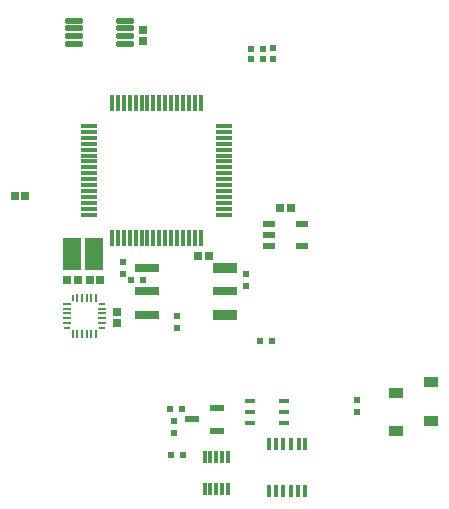
<source format=gbp>
G04*
G04 #@! TF.GenerationSoftware,Altium Limited,Altium Designer,18.0.7 (293)*
G04*
G04 Layer_Color=128*
%FSLAX25Y25*%
%MOIN*%
G70*
G01*
G75*
%ADD14R,0.02559X0.02520*%
%ADD15R,0.02362X0.01968*%
%ADD30R,0.01968X0.02362*%
%ADD31R,0.02520X0.02559*%
%ADD87R,0.00600X0.02200*%
%ADD88R,0.00787X0.02953*%
%ADD89R,0.02200X0.00600*%
%ADD90R,0.02953X0.00787*%
%ADD91R,0.07874X0.03543*%
%ADD92R,0.07874X0.03150*%
%ADD93R,0.04331X0.02362*%
G04:AMPARAMS|DCode=94|XSize=57.09mil|YSize=18.9mil|CornerRadius=2.36mil|HoleSize=0mil|Usage=FLASHONLY|Rotation=0.000|XOffset=0mil|YOffset=0mil|HoleType=Round|Shape=RoundedRectangle|*
%AMROUNDEDRECTD94*
21,1,0.05709,0.01417,0,0,0.0*
21,1,0.05236,0.01890,0,0,0.0*
1,1,0.00472,0.02618,-0.00709*
1,1,0.00472,-0.02618,-0.00709*
1,1,0.00472,-0.02618,0.00709*
1,1,0.00472,0.02618,0.00709*
%
%ADD94ROUNDEDRECTD94*%
%ADD96R,0.05906X0.10630*%
%ADD97R,0.04921X0.02362*%
G04:AMPARAMS|DCode=99|XSize=33.86mil|YSize=15.75mil|CornerRadius=1.97mil|HoleSize=0mil|Usage=FLASHONLY|Rotation=0.000|XOffset=0mil|YOffset=0mil|HoleType=Round|Shape=RoundedRectangle|*
%AMROUNDEDRECTD99*
21,1,0.03386,0.01181,0,0,0.0*
21,1,0.02992,0.01575,0,0,0.0*
1,1,0.00394,0.01496,-0.00591*
1,1,0.00394,-0.01496,-0.00591*
1,1,0.00394,-0.01496,0.00591*
1,1,0.00394,0.01496,0.00591*
%
%ADD99ROUNDEDRECTD99*%
%ADD100R,0.04803X0.03583*%
%ADD101R,0.01181X0.03937*%
%ADD102R,0.01181X0.05807*%
%ADD103R,0.05807X0.01181*%
%ADD104R,0.01378X0.03937*%
D14*
X467772Y518000D02*
D03*
X464228D02*
D03*
X379272Y522000D02*
D03*
X375728D02*
D03*
X440500Y502000D02*
D03*
X436957D02*
D03*
X404272Y494000D02*
D03*
X400728D02*
D03*
X396772D02*
D03*
X393228D02*
D03*
D15*
X461469Y473500D02*
D03*
X457531D02*
D03*
X454531Y567500D02*
D03*
X458468D02*
D03*
X458468Y571000D02*
D03*
X454531D02*
D03*
X418469Y494000D02*
D03*
X414532D02*
D03*
X431468Y451000D02*
D03*
X427531D02*
D03*
X428031Y435500D02*
D03*
X431968D02*
D03*
D30*
X453000Y492031D02*
D03*
Y495968D02*
D03*
X430000Y481937D02*
D03*
Y478000D02*
D03*
X412000Y499968D02*
D03*
Y496032D02*
D03*
X429000Y447000D02*
D03*
Y443063D02*
D03*
X490000Y450032D02*
D03*
Y453968D02*
D03*
X462000Y571437D02*
D03*
Y567500D02*
D03*
D31*
X418500Y577272D02*
D03*
Y573728D02*
D03*
X410000Y479728D02*
D03*
Y483272D02*
D03*
D87*
X395063Y487906D02*
D03*
D88*
X396638D02*
D03*
X398213D02*
D03*
X399787D02*
D03*
X401362D02*
D03*
X402937D02*
D03*
Y476094D02*
D03*
X401362D02*
D03*
X399787D02*
D03*
X398213D02*
D03*
X396638D02*
D03*
X395063D02*
D03*
D89*
X404906Y485937D02*
D03*
Y478063D02*
D03*
X393094D02*
D03*
D90*
X404906Y484362D02*
D03*
Y482787D02*
D03*
Y481213D02*
D03*
Y479638D02*
D03*
X393094D02*
D03*
Y481213D02*
D03*
Y482787D02*
D03*
Y484362D02*
D03*
Y485937D02*
D03*
D91*
X446000Y482252D02*
D03*
Y498000D02*
D03*
D92*
Y490126D02*
D03*
X420016Y498000D02*
D03*
Y490126D02*
D03*
Y482252D02*
D03*
D93*
X460488Y509000D02*
D03*
Y505260D02*
D03*
Y512740D02*
D03*
X471512D02*
D03*
Y505260D02*
D03*
D94*
X395496Y580339D02*
D03*
Y577779D02*
D03*
Y575220D02*
D03*
Y572661D02*
D03*
X412504D02*
D03*
Y575220D02*
D03*
Y577779D02*
D03*
Y580339D02*
D03*
D96*
X394760Y502500D02*
D03*
X402240D02*
D03*
D97*
X434866Y447500D02*
D03*
X443134Y443760D02*
D03*
Y451240D02*
D03*
D99*
X465650Y446260D02*
D03*
Y450000D02*
D03*
Y453740D02*
D03*
X454350D02*
D03*
Y450000D02*
D03*
Y446260D02*
D03*
D100*
X503000Y443563D02*
D03*
Y456437D02*
D03*
X514500Y447063D02*
D03*
Y459937D02*
D03*
D101*
X446937Y424370D02*
D03*
X444969D02*
D03*
X443000D02*
D03*
X441032D02*
D03*
X439063D02*
D03*
Y435000D02*
D03*
X441032D02*
D03*
X443000D02*
D03*
X444969D02*
D03*
X446937D02*
D03*
D102*
X437764Y553090D02*
D03*
X435795D02*
D03*
X433827D02*
D03*
X431858D02*
D03*
X429890D02*
D03*
X427921D02*
D03*
X425953D02*
D03*
X423984D02*
D03*
X422016D02*
D03*
X420047D02*
D03*
X418079D02*
D03*
X416110D02*
D03*
X414142D02*
D03*
X412173D02*
D03*
X410205D02*
D03*
X408236D02*
D03*
Y507909D02*
D03*
X410205D02*
D03*
X412173D02*
D03*
X414142D02*
D03*
X416110D02*
D03*
X418079D02*
D03*
X420047D02*
D03*
X422016D02*
D03*
X423984D02*
D03*
X425953D02*
D03*
X427921D02*
D03*
X429890D02*
D03*
X431858D02*
D03*
X433827D02*
D03*
X435795D02*
D03*
X437764D02*
D03*
D103*
X400410Y545264D02*
D03*
Y543295D02*
D03*
Y541327D02*
D03*
Y539358D02*
D03*
Y537390D02*
D03*
Y535421D02*
D03*
Y533453D02*
D03*
Y531484D02*
D03*
Y529516D02*
D03*
Y527547D02*
D03*
Y525579D02*
D03*
Y523610D02*
D03*
Y521642D02*
D03*
Y519673D02*
D03*
Y517705D02*
D03*
Y515736D02*
D03*
X445590D02*
D03*
Y517705D02*
D03*
Y519673D02*
D03*
Y521642D02*
D03*
Y523610D02*
D03*
Y525579D02*
D03*
Y527547D02*
D03*
Y529516D02*
D03*
Y531484D02*
D03*
Y533453D02*
D03*
Y535421D02*
D03*
Y537390D02*
D03*
Y539358D02*
D03*
Y541327D02*
D03*
Y543295D02*
D03*
Y545264D02*
D03*
D104*
X460567Y439365D02*
D03*
X462929D02*
D03*
X465094D02*
D03*
X468047D02*
D03*
X470409D02*
D03*
X472575D02*
D03*
X460567Y423617D02*
D03*
X462732D02*
D03*
X465094D02*
D03*
X468047D02*
D03*
X470212D02*
D03*
X472575D02*
D03*
M02*

</source>
